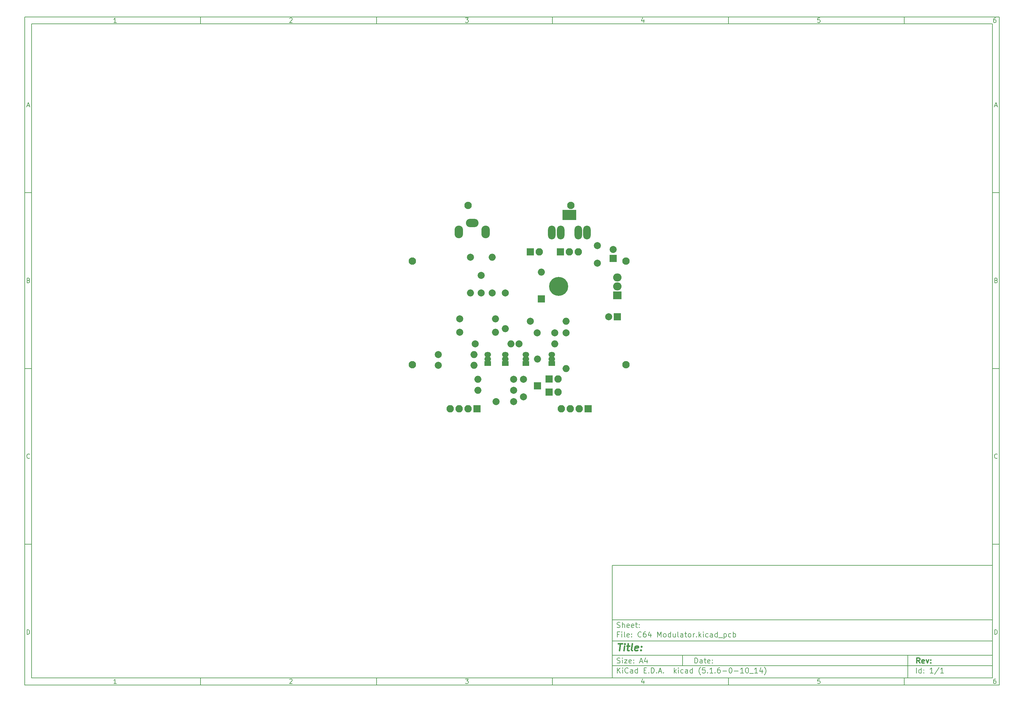
<source format=gbs>
%TF.GenerationSoftware,KiCad,Pcbnew,(5.1.6-0-10_14)*%
%TF.CreationDate,2021-03-10T02:09:14-05:00*%
%TF.ProjectId,C64 Modulator,43363420-4d6f-4647-956c-61746f722e6b,rev?*%
%TF.SameCoordinates,Original*%
%TF.FileFunction,Soldermask,Bot*%
%TF.FilePolarity,Negative*%
%FSLAX46Y46*%
G04 Gerber Fmt 4.6, Leading zero omitted, Abs format (unit mm)*
G04 Created by KiCad (PCBNEW (5.1.6-0-10_14)) date 2021-03-10 02:09:14*
%MOMM*%
%LPD*%
G01*
G04 APERTURE LIST*
%ADD10C,0.100000*%
%ADD11C,0.150000*%
%ADD12C,0.300000*%
%ADD13C,0.400000*%
%ADD14C,2.100000*%
%ADD15O,2.400000X2.305000*%
%ADD16R,2.400000X2.305000*%
%ADD17C,5.400000*%
%ADD18O,2.100000X2.100000*%
%ADD19R,2.100000X2.100000*%
%ADD20O,2.000000X2.000000*%
%ADD21C,2.000000*%
%ADD22R,1.900000X1.450000*%
%ADD23O,1.900000X1.450000*%
%ADD24R,2.000000X2.000000*%
%ADD25R,3.900000X2.900000*%
%ADD26O,2.150000X3.900000*%
%ADD27O,2.398980X3.597860*%
%ADD28O,3.597860X2.398980*%
G04 APERTURE END LIST*
D10*
D11*
X177002200Y-166007200D02*
X177002200Y-198007200D01*
X285002200Y-198007200D01*
X285002200Y-166007200D01*
X177002200Y-166007200D01*
D10*
D11*
X10000000Y-10000000D02*
X10000000Y-200007200D01*
X287002200Y-200007200D01*
X287002200Y-10000000D01*
X10000000Y-10000000D01*
D10*
D11*
X12000000Y-12000000D02*
X12000000Y-198007200D01*
X285002200Y-198007200D01*
X285002200Y-12000000D01*
X12000000Y-12000000D01*
D10*
D11*
X60000000Y-12000000D02*
X60000000Y-10000000D01*
D10*
D11*
X110000000Y-12000000D02*
X110000000Y-10000000D01*
D10*
D11*
X160000000Y-12000000D02*
X160000000Y-10000000D01*
D10*
D11*
X210000000Y-12000000D02*
X210000000Y-10000000D01*
D10*
D11*
X260000000Y-12000000D02*
X260000000Y-10000000D01*
D10*
D11*
X36065476Y-11588095D02*
X35322619Y-11588095D01*
X35694047Y-11588095D02*
X35694047Y-10288095D01*
X35570238Y-10473809D01*
X35446428Y-10597619D01*
X35322619Y-10659523D01*
D10*
D11*
X85322619Y-10411904D02*
X85384523Y-10350000D01*
X85508333Y-10288095D01*
X85817857Y-10288095D01*
X85941666Y-10350000D01*
X86003571Y-10411904D01*
X86065476Y-10535714D01*
X86065476Y-10659523D01*
X86003571Y-10845238D01*
X85260714Y-11588095D01*
X86065476Y-11588095D01*
D10*
D11*
X135260714Y-10288095D02*
X136065476Y-10288095D01*
X135632142Y-10783333D01*
X135817857Y-10783333D01*
X135941666Y-10845238D01*
X136003571Y-10907142D01*
X136065476Y-11030952D01*
X136065476Y-11340476D01*
X136003571Y-11464285D01*
X135941666Y-11526190D01*
X135817857Y-11588095D01*
X135446428Y-11588095D01*
X135322619Y-11526190D01*
X135260714Y-11464285D01*
D10*
D11*
X185941666Y-10721428D02*
X185941666Y-11588095D01*
X185632142Y-10226190D02*
X185322619Y-11154761D01*
X186127380Y-11154761D01*
D10*
D11*
X236003571Y-10288095D02*
X235384523Y-10288095D01*
X235322619Y-10907142D01*
X235384523Y-10845238D01*
X235508333Y-10783333D01*
X235817857Y-10783333D01*
X235941666Y-10845238D01*
X236003571Y-10907142D01*
X236065476Y-11030952D01*
X236065476Y-11340476D01*
X236003571Y-11464285D01*
X235941666Y-11526190D01*
X235817857Y-11588095D01*
X235508333Y-11588095D01*
X235384523Y-11526190D01*
X235322619Y-11464285D01*
D10*
D11*
X285941666Y-10288095D02*
X285694047Y-10288095D01*
X285570238Y-10350000D01*
X285508333Y-10411904D01*
X285384523Y-10597619D01*
X285322619Y-10845238D01*
X285322619Y-11340476D01*
X285384523Y-11464285D01*
X285446428Y-11526190D01*
X285570238Y-11588095D01*
X285817857Y-11588095D01*
X285941666Y-11526190D01*
X286003571Y-11464285D01*
X286065476Y-11340476D01*
X286065476Y-11030952D01*
X286003571Y-10907142D01*
X285941666Y-10845238D01*
X285817857Y-10783333D01*
X285570238Y-10783333D01*
X285446428Y-10845238D01*
X285384523Y-10907142D01*
X285322619Y-11030952D01*
D10*
D11*
X60000000Y-198007200D02*
X60000000Y-200007200D01*
D10*
D11*
X110000000Y-198007200D02*
X110000000Y-200007200D01*
D10*
D11*
X160000000Y-198007200D02*
X160000000Y-200007200D01*
D10*
D11*
X210000000Y-198007200D02*
X210000000Y-200007200D01*
D10*
D11*
X260000000Y-198007200D02*
X260000000Y-200007200D01*
D10*
D11*
X36065476Y-199595295D02*
X35322619Y-199595295D01*
X35694047Y-199595295D02*
X35694047Y-198295295D01*
X35570238Y-198481009D01*
X35446428Y-198604819D01*
X35322619Y-198666723D01*
D10*
D11*
X85322619Y-198419104D02*
X85384523Y-198357200D01*
X85508333Y-198295295D01*
X85817857Y-198295295D01*
X85941666Y-198357200D01*
X86003571Y-198419104D01*
X86065476Y-198542914D01*
X86065476Y-198666723D01*
X86003571Y-198852438D01*
X85260714Y-199595295D01*
X86065476Y-199595295D01*
D10*
D11*
X135260714Y-198295295D02*
X136065476Y-198295295D01*
X135632142Y-198790533D01*
X135817857Y-198790533D01*
X135941666Y-198852438D01*
X136003571Y-198914342D01*
X136065476Y-199038152D01*
X136065476Y-199347676D01*
X136003571Y-199471485D01*
X135941666Y-199533390D01*
X135817857Y-199595295D01*
X135446428Y-199595295D01*
X135322619Y-199533390D01*
X135260714Y-199471485D01*
D10*
D11*
X185941666Y-198728628D02*
X185941666Y-199595295D01*
X185632142Y-198233390D02*
X185322619Y-199161961D01*
X186127380Y-199161961D01*
D10*
D11*
X236003571Y-198295295D02*
X235384523Y-198295295D01*
X235322619Y-198914342D01*
X235384523Y-198852438D01*
X235508333Y-198790533D01*
X235817857Y-198790533D01*
X235941666Y-198852438D01*
X236003571Y-198914342D01*
X236065476Y-199038152D01*
X236065476Y-199347676D01*
X236003571Y-199471485D01*
X235941666Y-199533390D01*
X235817857Y-199595295D01*
X235508333Y-199595295D01*
X235384523Y-199533390D01*
X235322619Y-199471485D01*
D10*
D11*
X285941666Y-198295295D02*
X285694047Y-198295295D01*
X285570238Y-198357200D01*
X285508333Y-198419104D01*
X285384523Y-198604819D01*
X285322619Y-198852438D01*
X285322619Y-199347676D01*
X285384523Y-199471485D01*
X285446428Y-199533390D01*
X285570238Y-199595295D01*
X285817857Y-199595295D01*
X285941666Y-199533390D01*
X286003571Y-199471485D01*
X286065476Y-199347676D01*
X286065476Y-199038152D01*
X286003571Y-198914342D01*
X285941666Y-198852438D01*
X285817857Y-198790533D01*
X285570238Y-198790533D01*
X285446428Y-198852438D01*
X285384523Y-198914342D01*
X285322619Y-199038152D01*
D10*
D11*
X10000000Y-60000000D02*
X12000000Y-60000000D01*
D10*
D11*
X10000000Y-110000000D02*
X12000000Y-110000000D01*
D10*
D11*
X10000000Y-160000000D02*
X12000000Y-160000000D01*
D10*
D11*
X10690476Y-35216666D02*
X11309523Y-35216666D01*
X10566666Y-35588095D02*
X11000000Y-34288095D01*
X11433333Y-35588095D01*
D10*
D11*
X11092857Y-84907142D02*
X11278571Y-84969047D01*
X11340476Y-85030952D01*
X11402380Y-85154761D01*
X11402380Y-85340476D01*
X11340476Y-85464285D01*
X11278571Y-85526190D01*
X11154761Y-85588095D01*
X10659523Y-85588095D01*
X10659523Y-84288095D01*
X11092857Y-84288095D01*
X11216666Y-84350000D01*
X11278571Y-84411904D01*
X11340476Y-84535714D01*
X11340476Y-84659523D01*
X11278571Y-84783333D01*
X11216666Y-84845238D01*
X11092857Y-84907142D01*
X10659523Y-84907142D01*
D10*
D11*
X11402380Y-135464285D02*
X11340476Y-135526190D01*
X11154761Y-135588095D01*
X11030952Y-135588095D01*
X10845238Y-135526190D01*
X10721428Y-135402380D01*
X10659523Y-135278571D01*
X10597619Y-135030952D01*
X10597619Y-134845238D01*
X10659523Y-134597619D01*
X10721428Y-134473809D01*
X10845238Y-134350000D01*
X11030952Y-134288095D01*
X11154761Y-134288095D01*
X11340476Y-134350000D01*
X11402380Y-134411904D01*
D10*
D11*
X10659523Y-185588095D02*
X10659523Y-184288095D01*
X10969047Y-184288095D01*
X11154761Y-184350000D01*
X11278571Y-184473809D01*
X11340476Y-184597619D01*
X11402380Y-184845238D01*
X11402380Y-185030952D01*
X11340476Y-185278571D01*
X11278571Y-185402380D01*
X11154761Y-185526190D01*
X10969047Y-185588095D01*
X10659523Y-185588095D01*
D10*
D11*
X287002200Y-60000000D02*
X285002200Y-60000000D01*
D10*
D11*
X287002200Y-110000000D02*
X285002200Y-110000000D01*
D10*
D11*
X287002200Y-160000000D02*
X285002200Y-160000000D01*
D10*
D11*
X285692676Y-35216666D02*
X286311723Y-35216666D01*
X285568866Y-35588095D02*
X286002200Y-34288095D01*
X286435533Y-35588095D01*
D10*
D11*
X286095057Y-84907142D02*
X286280771Y-84969047D01*
X286342676Y-85030952D01*
X286404580Y-85154761D01*
X286404580Y-85340476D01*
X286342676Y-85464285D01*
X286280771Y-85526190D01*
X286156961Y-85588095D01*
X285661723Y-85588095D01*
X285661723Y-84288095D01*
X286095057Y-84288095D01*
X286218866Y-84350000D01*
X286280771Y-84411904D01*
X286342676Y-84535714D01*
X286342676Y-84659523D01*
X286280771Y-84783333D01*
X286218866Y-84845238D01*
X286095057Y-84907142D01*
X285661723Y-84907142D01*
D10*
D11*
X286404580Y-135464285D02*
X286342676Y-135526190D01*
X286156961Y-135588095D01*
X286033152Y-135588095D01*
X285847438Y-135526190D01*
X285723628Y-135402380D01*
X285661723Y-135278571D01*
X285599819Y-135030952D01*
X285599819Y-134845238D01*
X285661723Y-134597619D01*
X285723628Y-134473809D01*
X285847438Y-134350000D01*
X286033152Y-134288095D01*
X286156961Y-134288095D01*
X286342676Y-134350000D01*
X286404580Y-134411904D01*
D10*
D11*
X285661723Y-185588095D02*
X285661723Y-184288095D01*
X285971247Y-184288095D01*
X286156961Y-184350000D01*
X286280771Y-184473809D01*
X286342676Y-184597619D01*
X286404580Y-184845238D01*
X286404580Y-185030952D01*
X286342676Y-185278571D01*
X286280771Y-185402380D01*
X286156961Y-185526190D01*
X285971247Y-185588095D01*
X285661723Y-185588095D01*
D10*
D11*
X200434342Y-193785771D02*
X200434342Y-192285771D01*
X200791485Y-192285771D01*
X201005771Y-192357200D01*
X201148628Y-192500057D01*
X201220057Y-192642914D01*
X201291485Y-192928628D01*
X201291485Y-193142914D01*
X201220057Y-193428628D01*
X201148628Y-193571485D01*
X201005771Y-193714342D01*
X200791485Y-193785771D01*
X200434342Y-193785771D01*
X202577200Y-193785771D02*
X202577200Y-193000057D01*
X202505771Y-192857200D01*
X202362914Y-192785771D01*
X202077200Y-192785771D01*
X201934342Y-192857200D01*
X202577200Y-193714342D02*
X202434342Y-193785771D01*
X202077200Y-193785771D01*
X201934342Y-193714342D01*
X201862914Y-193571485D01*
X201862914Y-193428628D01*
X201934342Y-193285771D01*
X202077200Y-193214342D01*
X202434342Y-193214342D01*
X202577200Y-193142914D01*
X203077200Y-192785771D02*
X203648628Y-192785771D01*
X203291485Y-192285771D02*
X203291485Y-193571485D01*
X203362914Y-193714342D01*
X203505771Y-193785771D01*
X203648628Y-193785771D01*
X204720057Y-193714342D02*
X204577200Y-193785771D01*
X204291485Y-193785771D01*
X204148628Y-193714342D01*
X204077200Y-193571485D01*
X204077200Y-193000057D01*
X204148628Y-192857200D01*
X204291485Y-192785771D01*
X204577200Y-192785771D01*
X204720057Y-192857200D01*
X204791485Y-193000057D01*
X204791485Y-193142914D01*
X204077200Y-193285771D01*
X205434342Y-193642914D02*
X205505771Y-193714342D01*
X205434342Y-193785771D01*
X205362914Y-193714342D01*
X205434342Y-193642914D01*
X205434342Y-193785771D01*
X205434342Y-192857200D02*
X205505771Y-192928628D01*
X205434342Y-193000057D01*
X205362914Y-192928628D01*
X205434342Y-192857200D01*
X205434342Y-193000057D01*
D10*
D11*
X177002200Y-194507200D02*
X285002200Y-194507200D01*
D10*
D11*
X178434342Y-196585771D02*
X178434342Y-195085771D01*
X179291485Y-196585771D02*
X178648628Y-195728628D01*
X179291485Y-195085771D02*
X178434342Y-195942914D01*
X179934342Y-196585771D02*
X179934342Y-195585771D01*
X179934342Y-195085771D02*
X179862914Y-195157200D01*
X179934342Y-195228628D01*
X180005771Y-195157200D01*
X179934342Y-195085771D01*
X179934342Y-195228628D01*
X181505771Y-196442914D02*
X181434342Y-196514342D01*
X181220057Y-196585771D01*
X181077200Y-196585771D01*
X180862914Y-196514342D01*
X180720057Y-196371485D01*
X180648628Y-196228628D01*
X180577200Y-195942914D01*
X180577200Y-195728628D01*
X180648628Y-195442914D01*
X180720057Y-195300057D01*
X180862914Y-195157200D01*
X181077200Y-195085771D01*
X181220057Y-195085771D01*
X181434342Y-195157200D01*
X181505771Y-195228628D01*
X182791485Y-196585771D02*
X182791485Y-195800057D01*
X182720057Y-195657200D01*
X182577200Y-195585771D01*
X182291485Y-195585771D01*
X182148628Y-195657200D01*
X182791485Y-196514342D02*
X182648628Y-196585771D01*
X182291485Y-196585771D01*
X182148628Y-196514342D01*
X182077200Y-196371485D01*
X182077200Y-196228628D01*
X182148628Y-196085771D01*
X182291485Y-196014342D01*
X182648628Y-196014342D01*
X182791485Y-195942914D01*
X184148628Y-196585771D02*
X184148628Y-195085771D01*
X184148628Y-196514342D02*
X184005771Y-196585771D01*
X183720057Y-196585771D01*
X183577200Y-196514342D01*
X183505771Y-196442914D01*
X183434342Y-196300057D01*
X183434342Y-195871485D01*
X183505771Y-195728628D01*
X183577200Y-195657200D01*
X183720057Y-195585771D01*
X184005771Y-195585771D01*
X184148628Y-195657200D01*
X186005771Y-195800057D02*
X186505771Y-195800057D01*
X186720057Y-196585771D02*
X186005771Y-196585771D01*
X186005771Y-195085771D01*
X186720057Y-195085771D01*
X187362914Y-196442914D02*
X187434342Y-196514342D01*
X187362914Y-196585771D01*
X187291485Y-196514342D01*
X187362914Y-196442914D01*
X187362914Y-196585771D01*
X188077200Y-196585771D02*
X188077200Y-195085771D01*
X188434342Y-195085771D01*
X188648628Y-195157200D01*
X188791485Y-195300057D01*
X188862914Y-195442914D01*
X188934342Y-195728628D01*
X188934342Y-195942914D01*
X188862914Y-196228628D01*
X188791485Y-196371485D01*
X188648628Y-196514342D01*
X188434342Y-196585771D01*
X188077200Y-196585771D01*
X189577200Y-196442914D02*
X189648628Y-196514342D01*
X189577200Y-196585771D01*
X189505771Y-196514342D01*
X189577200Y-196442914D01*
X189577200Y-196585771D01*
X190220057Y-196157200D02*
X190934342Y-196157200D01*
X190077200Y-196585771D02*
X190577200Y-195085771D01*
X191077200Y-196585771D01*
X191577200Y-196442914D02*
X191648628Y-196514342D01*
X191577200Y-196585771D01*
X191505771Y-196514342D01*
X191577200Y-196442914D01*
X191577200Y-196585771D01*
X194577200Y-196585771D02*
X194577200Y-195085771D01*
X194720057Y-196014342D02*
X195148628Y-196585771D01*
X195148628Y-195585771D02*
X194577200Y-196157200D01*
X195791485Y-196585771D02*
X195791485Y-195585771D01*
X195791485Y-195085771D02*
X195720057Y-195157200D01*
X195791485Y-195228628D01*
X195862914Y-195157200D01*
X195791485Y-195085771D01*
X195791485Y-195228628D01*
X197148628Y-196514342D02*
X197005771Y-196585771D01*
X196720057Y-196585771D01*
X196577200Y-196514342D01*
X196505771Y-196442914D01*
X196434342Y-196300057D01*
X196434342Y-195871485D01*
X196505771Y-195728628D01*
X196577200Y-195657200D01*
X196720057Y-195585771D01*
X197005771Y-195585771D01*
X197148628Y-195657200D01*
X198434342Y-196585771D02*
X198434342Y-195800057D01*
X198362914Y-195657200D01*
X198220057Y-195585771D01*
X197934342Y-195585771D01*
X197791485Y-195657200D01*
X198434342Y-196514342D02*
X198291485Y-196585771D01*
X197934342Y-196585771D01*
X197791485Y-196514342D01*
X197720057Y-196371485D01*
X197720057Y-196228628D01*
X197791485Y-196085771D01*
X197934342Y-196014342D01*
X198291485Y-196014342D01*
X198434342Y-195942914D01*
X199791485Y-196585771D02*
X199791485Y-195085771D01*
X199791485Y-196514342D02*
X199648628Y-196585771D01*
X199362914Y-196585771D01*
X199220057Y-196514342D01*
X199148628Y-196442914D01*
X199077200Y-196300057D01*
X199077200Y-195871485D01*
X199148628Y-195728628D01*
X199220057Y-195657200D01*
X199362914Y-195585771D01*
X199648628Y-195585771D01*
X199791485Y-195657200D01*
X202077200Y-197157200D02*
X202005771Y-197085771D01*
X201862914Y-196871485D01*
X201791485Y-196728628D01*
X201720057Y-196514342D01*
X201648628Y-196157200D01*
X201648628Y-195871485D01*
X201720057Y-195514342D01*
X201791485Y-195300057D01*
X201862914Y-195157200D01*
X202005771Y-194942914D01*
X202077200Y-194871485D01*
X203362914Y-195085771D02*
X202648628Y-195085771D01*
X202577200Y-195800057D01*
X202648628Y-195728628D01*
X202791485Y-195657200D01*
X203148628Y-195657200D01*
X203291485Y-195728628D01*
X203362914Y-195800057D01*
X203434342Y-195942914D01*
X203434342Y-196300057D01*
X203362914Y-196442914D01*
X203291485Y-196514342D01*
X203148628Y-196585771D01*
X202791485Y-196585771D01*
X202648628Y-196514342D01*
X202577200Y-196442914D01*
X204077200Y-196442914D02*
X204148628Y-196514342D01*
X204077200Y-196585771D01*
X204005771Y-196514342D01*
X204077200Y-196442914D01*
X204077200Y-196585771D01*
X205577200Y-196585771D02*
X204720057Y-196585771D01*
X205148628Y-196585771D02*
X205148628Y-195085771D01*
X205005771Y-195300057D01*
X204862914Y-195442914D01*
X204720057Y-195514342D01*
X206220057Y-196442914D02*
X206291485Y-196514342D01*
X206220057Y-196585771D01*
X206148628Y-196514342D01*
X206220057Y-196442914D01*
X206220057Y-196585771D01*
X207577200Y-195085771D02*
X207291485Y-195085771D01*
X207148628Y-195157200D01*
X207077200Y-195228628D01*
X206934342Y-195442914D01*
X206862914Y-195728628D01*
X206862914Y-196300057D01*
X206934342Y-196442914D01*
X207005771Y-196514342D01*
X207148628Y-196585771D01*
X207434342Y-196585771D01*
X207577200Y-196514342D01*
X207648628Y-196442914D01*
X207720057Y-196300057D01*
X207720057Y-195942914D01*
X207648628Y-195800057D01*
X207577200Y-195728628D01*
X207434342Y-195657200D01*
X207148628Y-195657200D01*
X207005771Y-195728628D01*
X206934342Y-195800057D01*
X206862914Y-195942914D01*
X208362914Y-196014342D02*
X209505771Y-196014342D01*
X210505771Y-195085771D02*
X210648628Y-195085771D01*
X210791485Y-195157200D01*
X210862914Y-195228628D01*
X210934342Y-195371485D01*
X211005771Y-195657200D01*
X211005771Y-196014342D01*
X210934342Y-196300057D01*
X210862914Y-196442914D01*
X210791485Y-196514342D01*
X210648628Y-196585771D01*
X210505771Y-196585771D01*
X210362914Y-196514342D01*
X210291485Y-196442914D01*
X210220057Y-196300057D01*
X210148628Y-196014342D01*
X210148628Y-195657200D01*
X210220057Y-195371485D01*
X210291485Y-195228628D01*
X210362914Y-195157200D01*
X210505771Y-195085771D01*
X211648628Y-196014342D02*
X212791485Y-196014342D01*
X214291485Y-196585771D02*
X213434342Y-196585771D01*
X213862914Y-196585771D02*
X213862914Y-195085771D01*
X213720057Y-195300057D01*
X213577200Y-195442914D01*
X213434342Y-195514342D01*
X215220057Y-195085771D02*
X215362914Y-195085771D01*
X215505771Y-195157200D01*
X215577200Y-195228628D01*
X215648628Y-195371485D01*
X215720057Y-195657200D01*
X215720057Y-196014342D01*
X215648628Y-196300057D01*
X215577200Y-196442914D01*
X215505771Y-196514342D01*
X215362914Y-196585771D01*
X215220057Y-196585771D01*
X215077200Y-196514342D01*
X215005771Y-196442914D01*
X214934342Y-196300057D01*
X214862914Y-196014342D01*
X214862914Y-195657200D01*
X214934342Y-195371485D01*
X215005771Y-195228628D01*
X215077200Y-195157200D01*
X215220057Y-195085771D01*
X216005771Y-196728628D02*
X217148628Y-196728628D01*
X218291485Y-196585771D02*
X217434342Y-196585771D01*
X217862914Y-196585771D02*
X217862914Y-195085771D01*
X217720057Y-195300057D01*
X217577200Y-195442914D01*
X217434342Y-195514342D01*
X219577200Y-195585771D02*
X219577200Y-196585771D01*
X219220057Y-195014342D02*
X218862914Y-196085771D01*
X219791485Y-196085771D01*
X220220057Y-197157200D02*
X220291485Y-197085771D01*
X220434342Y-196871485D01*
X220505771Y-196728628D01*
X220577200Y-196514342D01*
X220648628Y-196157200D01*
X220648628Y-195871485D01*
X220577200Y-195514342D01*
X220505771Y-195300057D01*
X220434342Y-195157200D01*
X220291485Y-194942914D01*
X220220057Y-194871485D01*
D10*
D11*
X177002200Y-191507200D02*
X285002200Y-191507200D01*
D10*
D12*
X264411485Y-193785771D02*
X263911485Y-193071485D01*
X263554342Y-193785771D02*
X263554342Y-192285771D01*
X264125771Y-192285771D01*
X264268628Y-192357200D01*
X264340057Y-192428628D01*
X264411485Y-192571485D01*
X264411485Y-192785771D01*
X264340057Y-192928628D01*
X264268628Y-193000057D01*
X264125771Y-193071485D01*
X263554342Y-193071485D01*
X265625771Y-193714342D02*
X265482914Y-193785771D01*
X265197200Y-193785771D01*
X265054342Y-193714342D01*
X264982914Y-193571485D01*
X264982914Y-193000057D01*
X265054342Y-192857200D01*
X265197200Y-192785771D01*
X265482914Y-192785771D01*
X265625771Y-192857200D01*
X265697200Y-193000057D01*
X265697200Y-193142914D01*
X264982914Y-193285771D01*
X266197200Y-192785771D02*
X266554342Y-193785771D01*
X266911485Y-192785771D01*
X267482914Y-193642914D02*
X267554342Y-193714342D01*
X267482914Y-193785771D01*
X267411485Y-193714342D01*
X267482914Y-193642914D01*
X267482914Y-193785771D01*
X267482914Y-192857200D02*
X267554342Y-192928628D01*
X267482914Y-193000057D01*
X267411485Y-192928628D01*
X267482914Y-192857200D01*
X267482914Y-193000057D01*
D10*
D11*
X178362914Y-193714342D02*
X178577200Y-193785771D01*
X178934342Y-193785771D01*
X179077200Y-193714342D01*
X179148628Y-193642914D01*
X179220057Y-193500057D01*
X179220057Y-193357200D01*
X179148628Y-193214342D01*
X179077200Y-193142914D01*
X178934342Y-193071485D01*
X178648628Y-193000057D01*
X178505771Y-192928628D01*
X178434342Y-192857200D01*
X178362914Y-192714342D01*
X178362914Y-192571485D01*
X178434342Y-192428628D01*
X178505771Y-192357200D01*
X178648628Y-192285771D01*
X179005771Y-192285771D01*
X179220057Y-192357200D01*
X179862914Y-193785771D02*
X179862914Y-192785771D01*
X179862914Y-192285771D02*
X179791485Y-192357200D01*
X179862914Y-192428628D01*
X179934342Y-192357200D01*
X179862914Y-192285771D01*
X179862914Y-192428628D01*
X180434342Y-192785771D02*
X181220057Y-192785771D01*
X180434342Y-193785771D01*
X181220057Y-193785771D01*
X182362914Y-193714342D02*
X182220057Y-193785771D01*
X181934342Y-193785771D01*
X181791485Y-193714342D01*
X181720057Y-193571485D01*
X181720057Y-193000057D01*
X181791485Y-192857200D01*
X181934342Y-192785771D01*
X182220057Y-192785771D01*
X182362914Y-192857200D01*
X182434342Y-193000057D01*
X182434342Y-193142914D01*
X181720057Y-193285771D01*
X183077200Y-193642914D02*
X183148628Y-193714342D01*
X183077200Y-193785771D01*
X183005771Y-193714342D01*
X183077200Y-193642914D01*
X183077200Y-193785771D01*
X183077200Y-192857200D02*
X183148628Y-192928628D01*
X183077200Y-193000057D01*
X183005771Y-192928628D01*
X183077200Y-192857200D01*
X183077200Y-193000057D01*
X184862914Y-193357200D02*
X185577200Y-193357200D01*
X184720057Y-193785771D02*
X185220057Y-192285771D01*
X185720057Y-193785771D01*
X186862914Y-192785771D02*
X186862914Y-193785771D01*
X186505771Y-192214342D02*
X186148628Y-193285771D01*
X187077200Y-193285771D01*
D10*
D11*
X263434342Y-196585771D02*
X263434342Y-195085771D01*
X264791485Y-196585771D02*
X264791485Y-195085771D01*
X264791485Y-196514342D02*
X264648628Y-196585771D01*
X264362914Y-196585771D01*
X264220057Y-196514342D01*
X264148628Y-196442914D01*
X264077200Y-196300057D01*
X264077200Y-195871485D01*
X264148628Y-195728628D01*
X264220057Y-195657200D01*
X264362914Y-195585771D01*
X264648628Y-195585771D01*
X264791485Y-195657200D01*
X265505771Y-196442914D02*
X265577200Y-196514342D01*
X265505771Y-196585771D01*
X265434342Y-196514342D01*
X265505771Y-196442914D01*
X265505771Y-196585771D01*
X265505771Y-195657200D02*
X265577200Y-195728628D01*
X265505771Y-195800057D01*
X265434342Y-195728628D01*
X265505771Y-195657200D01*
X265505771Y-195800057D01*
X268148628Y-196585771D02*
X267291485Y-196585771D01*
X267720057Y-196585771D02*
X267720057Y-195085771D01*
X267577200Y-195300057D01*
X267434342Y-195442914D01*
X267291485Y-195514342D01*
X269862914Y-195014342D02*
X268577200Y-196942914D01*
X271148628Y-196585771D02*
X270291485Y-196585771D01*
X270720057Y-196585771D02*
X270720057Y-195085771D01*
X270577200Y-195300057D01*
X270434342Y-195442914D01*
X270291485Y-195514342D01*
D10*
D11*
X177002200Y-187507200D02*
X285002200Y-187507200D01*
D10*
D13*
X178714580Y-188211961D02*
X179857438Y-188211961D01*
X179036009Y-190211961D02*
X179286009Y-188211961D01*
X180274104Y-190211961D02*
X180440771Y-188878628D01*
X180524104Y-188211961D02*
X180416961Y-188307200D01*
X180500295Y-188402438D01*
X180607438Y-188307200D01*
X180524104Y-188211961D01*
X180500295Y-188402438D01*
X181107438Y-188878628D02*
X181869342Y-188878628D01*
X181476485Y-188211961D02*
X181262200Y-189926247D01*
X181333628Y-190116723D01*
X181512200Y-190211961D01*
X181702676Y-190211961D01*
X182655057Y-190211961D02*
X182476485Y-190116723D01*
X182405057Y-189926247D01*
X182619342Y-188211961D01*
X184190771Y-190116723D02*
X183988390Y-190211961D01*
X183607438Y-190211961D01*
X183428866Y-190116723D01*
X183357438Y-189926247D01*
X183452676Y-189164342D01*
X183571723Y-188973866D01*
X183774104Y-188878628D01*
X184155057Y-188878628D01*
X184333628Y-188973866D01*
X184405057Y-189164342D01*
X184381247Y-189354819D01*
X183405057Y-189545295D01*
X185155057Y-190021485D02*
X185238390Y-190116723D01*
X185131247Y-190211961D01*
X185047914Y-190116723D01*
X185155057Y-190021485D01*
X185131247Y-190211961D01*
X185286009Y-188973866D02*
X185369342Y-189069104D01*
X185262200Y-189164342D01*
X185178866Y-189069104D01*
X185286009Y-188973866D01*
X185262200Y-189164342D01*
D10*
D11*
X178934342Y-185600057D02*
X178434342Y-185600057D01*
X178434342Y-186385771D02*
X178434342Y-184885771D01*
X179148628Y-184885771D01*
X179720057Y-186385771D02*
X179720057Y-185385771D01*
X179720057Y-184885771D02*
X179648628Y-184957200D01*
X179720057Y-185028628D01*
X179791485Y-184957200D01*
X179720057Y-184885771D01*
X179720057Y-185028628D01*
X180648628Y-186385771D02*
X180505771Y-186314342D01*
X180434342Y-186171485D01*
X180434342Y-184885771D01*
X181791485Y-186314342D02*
X181648628Y-186385771D01*
X181362914Y-186385771D01*
X181220057Y-186314342D01*
X181148628Y-186171485D01*
X181148628Y-185600057D01*
X181220057Y-185457200D01*
X181362914Y-185385771D01*
X181648628Y-185385771D01*
X181791485Y-185457200D01*
X181862914Y-185600057D01*
X181862914Y-185742914D01*
X181148628Y-185885771D01*
X182505771Y-186242914D02*
X182577200Y-186314342D01*
X182505771Y-186385771D01*
X182434342Y-186314342D01*
X182505771Y-186242914D01*
X182505771Y-186385771D01*
X182505771Y-185457200D02*
X182577200Y-185528628D01*
X182505771Y-185600057D01*
X182434342Y-185528628D01*
X182505771Y-185457200D01*
X182505771Y-185600057D01*
X185220057Y-186242914D02*
X185148628Y-186314342D01*
X184934342Y-186385771D01*
X184791485Y-186385771D01*
X184577200Y-186314342D01*
X184434342Y-186171485D01*
X184362914Y-186028628D01*
X184291485Y-185742914D01*
X184291485Y-185528628D01*
X184362914Y-185242914D01*
X184434342Y-185100057D01*
X184577200Y-184957200D01*
X184791485Y-184885771D01*
X184934342Y-184885771D01*
X185148628Y-184957200D01*
X185220057Y-185028628D01*
X186505771Y-184885771D02*
X186220057Y-184885771D01*
X186077200Y-184957200D01*
X186005771Y-185028628D01*
X185862914Y-185242914D01*
X185791485Y-185528628D01*
X185791485Y-186100057D01*
X185862914Y-186242914D01*
X185934342Y-186314342D01*
X186077200Y-186385771D01*
X186362914Y-186385771D01*
X186505771Y-186314342D01*
X186577200Y-186242914D01*
X186648628Y-186100057D01*
X186648628Y-185742914D01*
X186577200Y-185600057D01*
X186505771Y-185528628D01*
X186362914Y-185457200D01*
X186077200Y-185457200D01*
X185934342Y-185528628D01*
X185862914Y-185600057D01*
X185791485Y-185742914D01*
X187934342Y-185385771D02*
X187934342Y-186385771D01*
X187577200Y-184814342D02*
X187220057Y-185885771D01*
X188148628Y-185885771D01*
X189862914Y-186385771D02*
X189862914Y-184885771D01*
X190362914Y-185957200D01*
X190862914Y-184885771D01*
X190862914Y-186385771D01*
X191791485Y-186385771D02*
X191648628Y-186314342D01*
X191577200Y-186242914D01*
X191505771Y-186100057D01*
X191505771Y-185671485D01*
X191577200Y-185528628D01*
X191648628Y-185457200D01*
X191791485Y-185385771D01*
X192005771Y-185385771D01*
X192148628Y-185457200D01*
X192220057Y-185528628D01*
X192291485Y-185671485D01*
X192291485Y-186100057D01*
X192220057Y-186242914D01*
X192148628Y-186314342D01*
X192005771Y-186385771D01*
X191791485Y-186385771D01*
X193577200Y-186385771D02*
X193577200Y-184885771D01*
X193577200Y-186314342D02*
X193434342Y-186385771D01*
X193148628Y-186385771D01*
X193005771Y-186314342D01*
X192934342Y-186242914D01*
X192862914Y-186100057D01*
X192862914Y-185671485D01*
X192934342Y-185528628D01*
X193005771Y-185457200D01*
X193148628Y-185385771D01*
X193434342Y-185385771D01*
X193577200Y-185457200D01*
X194934342Y-185385771D02*
X194934342Y-186385771D01*
X194291485Y-185385771D02*
X194291485Y-186171485D01*
X194362914Y-186314342D01*
X194505771Y-186385771D01*
X194720057Y-186385771D01*
X194862914Y-186314342D01*
X194934342Y-186242914D01*
X195862914Y-186385771D02*
X195720057Y-186314342D01*
X195648628Y-186171485D01*
X195648628Y-184885771D01*
X197077200Y-186385771D02*
X197077200Y-185600057D01*
X197005771Y-185457200D01*
X196862914Y-185385771D01*
X196577200Y-185385771D01*
X196434342Y-185457200D01*
X197077200Y-186314342D02*
X196934342Y-186385771D01*
X196577200Y-186385771D01*
X196434342Y-186314342D01*
X196362914Y-186171485D01*
X196362914Y-186028628D01*
X196434342Y-185885771D01*
X196577200Y-185814342D01*
X196934342Y-185814342D01*
X197077200Y-185742914D01*
X197577200Y-185385771D02*
X198148628Y-185385771D01*
X197791485Y-184885771D02*
X197791485Y-186171485D01*
X197862914Y-186314342D01*
X198005771Y-186385771D01*
X198148628Y-186385771D01*
X198862914Y-186385771D02*
X198720057Y-186314342D01*
X198648628Y-186242914D01*
X198577200Y-186100057D01*
X198577200Y-185671485D01*
X198648628Y-185528628D01*
X198720057Y-185457200D01*
X198862914Y-185385771D01*
X199077200Y-185385771D01*
X199220057Y-185457200D01*
X199291485Y-185528628D01*
X199362914Y-185671485D01*
X199362914Y-186100057D01*
X199291485Y-186242914D01*
X199220057Y-186314342D01*
X199077200Y-186385771D01*
X198862914Y-186385771D01*
X200005771Y-186385771D02*
X200005771Y-185385771D01*
X200005771Y-185671485D02*
X200077200Y-185528628D01*
X200148628Y-185457200D01*
X200291485Y-185385771D01*
X200434342Y-185385771D01*
X200934342Y-186242914D02*
X201005771Y-186314342D01*
X200934342Y-186385771D01*
X200862914Y-186314342D01*
X200934342Y-186242914D01*
X200934342Y-186385771D01*
X201648628Y-186385771D02*
X201648628Y-184885771D01*
X201791485Y-185814342D02*
X202220057Y-186385771D01*
X202220057Y-185385771D02*
X201648628Y-185957200D01*
X202862914Y-186385771D02*
X202862914Y-185385771D01*
X202862914Y-184885771D02*
X202791485Y-184957200D01*
X202862914Y-185028628D01*
X202934342Y-184957200D01*
X202862914Y-184885771D01*
X202862914Y-185028628D01*
X204220057Y-186314342D02*
X204077200Y-186385771D01*
X203791485Y-186385771D01*
X203648628Y-186314342D01*
X203577200Y-186242914D01*
X203505771Y-186100057D01*
X203505771Y-185671485D01*
X203577200Y-185528628D01*
X203648628Y-185457200D01*
X203791485Y-185385771D01*
X204077200Y-185385771D01*
X204220057Y-185457200D01*
X205505771Y-186385771D02*
X205505771Y-185600057D01*
X205434342Y-185457200D01*
X205291485Y-185385771D01*
X205005771Y-185385771D01*
X204862914Y-185457200D01*
X205505771Y-186314342D02*
X205362914Y-186385771D01*
X205005771Y-186385771D01*
X204862914Y-186314342D01*
X204791485Y-186171485D01*
X204791485Y-186028628D01*
X204862914Y-185885771D01*
X205005771Y-185814342D01*
X205362914Y-185814342D01*
X205505771Y-185742914D01*
X206862914Y-186385771D02*
X206862914Y-184885771D01*
X206862914Y-186314342D02*
X206720057Y-186385771D01*
X206434342Y-186385771D01*
X206291485Y-186314342D01*
X206220057Y-186242914D01*
X206148628Y-186100057D01*
X206148628Y-185671485D01*
X206220057Y-185528628D01*
X206291485Y-185457200D01*
X206434342Y-185385771D01*
X206720057Y-185385771D01*
X206862914Y-185457200D01*
X207220057Y-186528628D02*
X208362914Y-186528628D01*
X208720057Y-185385771D02*
X208720057Y-186885771D01*
X208720057Y-185457200D02*
X208862914Y-185385771D01*
X209148628Y-185385771D01*
X209291485Y-185457200D01*
X209362914Y-185528628D01*
X209434342Y-185671485D01*
X209434342Y-186100057D01*
X209362914Y-186242914D01*
X209291485Y-186314342D01*
X209148628Y-186385771D01*
X208862914Y-186385771D01*
X208720057Y-186314342D01*
X210720057Y-186314342D02*
X210577200Y-186385771D01*
X210291485Y-186385771D01*
X210148628Y-186314342D01*
X210077200Y-186242914D01*
X210005771Y-186100057D01*
X210005771Y-185671485D01*
X210077200Y-185528628D01*
X210148628Y-185457200D01*
X210291485Y-185385771D01*
X210577200Y-185385771D01*
X210720057Y-185457200D01*
X211362914Y-186385771D02*
X211362914Y-184885771D01*
X211362914Y-185457200D02*
X211505771Y-185385771D01*
X211791485Y-185385771D01*
X211934342Y-185457200D01*
X212005771Y-185528628D01*
X212077200Y-185671485D01*
X212077200Y-186100057D01*
X212005771Y-186242914D01*
X211934342Y-186314342D01*
X211791485Y-186385771D01*
X211505771Y-186385771D01*
X211362914Y-186314342D01*
D10*
D11*
X177002200Y-181507200D02*
X285002200Y-181507200D01*
D10*
D11*
X178362914Y-183614342D02*
X178577200Y-183685771D01*
X178934342Y-183685771D01*
X179077200Y-183614342D01*
X179148628Y-183542914D01*
X179220057Y-183400057D01*
X179220057Y-183257200D01*
X179148628Y-183114342D01*
X179077200Y-183042914D01*
X178934342Y-182971485D01*
X178648628Y-182900057D01*
X178505771Y-182828628D01*
X178434342Y-182757200D01*
X178362914Y-182614342D01*
X178362914Y-182471485D01*
X178434342Y-182328628D01*
X178505771Y-182257200D01*
X178648628Y-182185771D01*
X179005771Y-182185771D01*
X179220057Y-182257200D01*
X179862914Y-183685771D02*
X179862914Y-182185771D01*
X180505771Y-183685771D02*
X180505771Y-182900057D01*
X180434342Y-182757200D01*
X180291485Y-182685771D01*
X180077200Y-182685771D01*
X179934342Y-182757200D01*
X179862914Y-182828628D01*
X181791485Y-183614342D02*
X181648628Y-183685771D01*
X181362914Y-183685771D01*
X181220057Y-183614342D01*
X181148628Y-183471485D01*
X181148628Y-182900057D01*
X181220057Y-182757200D01*
X181362914Y-182685771D01*
X181648628Y-182685771D01*
X181791485Y-182757200D01*
X181862914Y-182900057D01*
X181862914Y-183042914D01*
X181148628Y-183185771D01*
X183077200Y-183614342D02*
X182934342Y-183685771D01*
X182648628Y-183685771D01*
X182505771Y-183614342D01*
X182434342Y-183471485D01*
X182434342Y-182900057D01*
X182505771Y-182757200D01*
X182648628Y-182685771D01*
X182934342Y-182685771D01*
X183077200Y-182757200D01*
X183148628Y-182900057D01*
X183148628Y-183042914D01*
X182434342Y-183185771D01*
X183577200Y-182685771D02*
X184148628Y-182685771D01*
X183791485Y-182185771D02*
X183791485Y-183471485D01*
X183862914Y-183614342D01*
X184005771Y-183685771D01*
X184148628Y-183685771D01*
X184648628Y-183542914D02*
X184720057Y-183614342D01*
X184648628Y-183685771D01*
X184577200Y-183614342D01*
X184648628Y-183542914D01*
X184648628Y-183685771D01*
X184648628Y-182757200D02*
X184720057Y-182828628D01*
X184648628Y-182900057D01*
X184577200Y-182828628D01*
X184648628Y-182757200D01*
X184648628Y-182900057D01*
D10*
D11*
X197002200Y-191507200D02*
X197002200Y-194507200D01*
D10*
D11*
X261002200Y-191507200D02*
X261002200Y-198007200D01*
D14*
%TO.C,J6*%
X120142000Y-108902500D03*
%TD*%
%TO.C,J5*%
X120142000Y-79438500D03*
%TD*%
%TO.C,J10*%
X136017000Y-63627000D03*
%TD*%
%TO.C,J4*%
X180911500Y-108902500D03*
%TD*%
%TO.C,J3*%
X180911500Y-79438500D03*
%TD*%
%TO.C,J11*%
X165227000Y-63627000D03*
%TD*%
D15*
%TO.C,U1*%
X178435000Y-84074000D03*
X178435000Y-86614000D03*
D16*
X178435000Y-89154000D03*
D17*
X161775000Y-86614000D03*
%TD*%
D18*
%TO.C,J7*%
X156210000Y-76835000D03*
D19*
X153670000Y-76835000D03*
%TD*%
D20*
%TO.C,R7*%
X137668000Y-109093000D03*
D21*
X127508000Y-109093000D03*
%TD*%
D20*
%TO.C,R5*%
X137668000Y-106045000D03*
D21*
X127508000Y-106045000D03*
%TD*%
D20*
%TO.C,R12*%
X143764000Y-95885000D03*
D21*
X133604000Y-95885000D03*
%TD*%
D20*
%TO.C,R11*%
X143764000Y-99695000D03*
D21*
X133604000Y-99695000D03*
%TD*%
D20*
%TO.C,R3*%
X138811000Y-113030000D03*
D21*
X148971000Y-113030000D03*
%TD*%
D20*
%TO.C,R2*%
X148209000Y-102997000D03*
D21*
X138049000Y-102997000D03*
%TD*%
D20*
%TO.C,R8*%
X142875000Y-78359000D03*
D21*
X142875000Y-88519000D03*
%TD*%
D20*
%TO.C,R10*%
X136652000Y-88519000D03*
D21*
X136652000Y-78359000D03*
%TD*%
D20*
%TO.C,R6*%
X146558000Y-98679000D03*
D21*
X146558000Y-88519000D03*
%TD*%
D20*
%TO.C,R9*%
X163830000Y-96520000D03*
D21*
X153670000Y-96520000D03*
%TD*%
D20*
%TO.C,R1*%
X138811000Y-116205000D03*
D21*
X148971000Y-116205000D03*
%TD*%
D20*
%TO.C,R4*%
X160655000Y-102997000D03*
D21*
X150495000Y-102997000D03*
%TD*%
D22*
%TO.C,Q1*%
X141605000Y-108585000D03*
D23*
X141605000Y-106045000D03*
X141605000Y-107315000D03*
%TD*%
D22*
%TO.C,Q2*%
X146558000Y-108585000D03*
D23*
X146558000Y-106045000D03*
X146558000Y-107315000D03*
%TD*%
%TO.C,Q4*%
X159829500Y-107315000D03*
X159829500Y-106045000D03*
D22*
X159829500Y-108585000D03*
%TD*%
D23*
%TO.C,Q3*%
X152400000Y-107315000D03*
X152400000Y-106045000D03*
D22*
X152400000Y-108585000D03*
%TD*%
D20*
%TO.C,L1*%
X163830000Y-109982000D03*
D21*
X163830000Y-99822000D03*
%TD*%
D18*
%TO.C,JP2*%
X161544000Y-112966500D03*
D19*
X159004000Y-112966500D03*
%TD*%
D18*
%TO.C,JP1*%
X161544000Y-116713000D03*
D19*
X159004000Y-116713000D03*
%TD*%
D20*
%TO.C,D1*%
X155765500Y-107315000D03*
D24*
X155765500Y-114935000D03*
%TD*%
D21*
%TO.C,C7*%
X172720000Y-75010000D03*
X172720000Y-80010000D03*
%TD*%
%TO.C,C6*%
X177228500Y-76176500D03*
D24*
X177228500Y-78676500D03*
%TD*%
D21*
%TO.C,C5*%
X175935000Y-95250000D03*
D24*
X178435000Y-95250000D03*
%TD*%
D21*
%TO.C,C4*%
X139700000Y-83519000D03*
X139700000Y-88519000D03*
%TD*%
%TO.C,C2*%
X151765000Y-118030000D03*
X151765000Y-113030000D03*
%TD*%
%TO.C,C1*%
X148954500Y-119443500D03*
X143954500Y-119443500D03*
%TD*%
%TO.C,C3*%
X155655000Y-99822000D03*
X160655000Y-99822000D03*
%TD*%
D25*
%TO.C,J8*%
X164830000Y-66349000D03*
D26*
X169830000Y-71355000D03*
X159830000Y-71355000D03*
X167330000Y-71355000D03*
X162330000Y-71355000D03*
%TD*%
D27*
%TO.C,J9*%
X133350000Y-71120000D03*
D28*
X137160000Y-68580000D03*
D27*
X140970000Y-71120000D03*
%TD*%
D19*
%TO.C,J1*%
X138515000Y-121400000D03*
D18*
X135975000Y-121400000D03*
X133435000Y-121400000D03*
X130895000Y-121400000D03*
%TD*%
D19*
%TO.C,J2*%
X170115000Y-121400000D03*
D18*
X167575000Y-121400000D03*
X165035000Y-121400000D03*
X162495000Y-121400000D03*
%TD*%
D19*
%TO.C,JP3*%
X162290000Y-76835000D03*
D18*
X164830000Y-76835000D03*
X167370000Y-76835000D03*
%TD*%
D24*
%TO.C,D2*%
X156845000Y-90170000D03*
D20*
X156845000Y-82550000D03*
%TD*%
M02*

</source>
